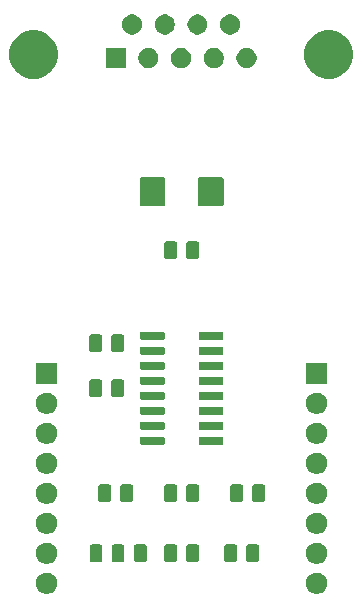
<source format=gbr>
G04 #@! TF.GenerationSoftware,KiCad,Pcbnew,(5.1.5)-3*
G04 #@! TF.CreationDate,2020-04-27T13:04:48+02:00*
G04 #@! TF.ProjectId,RS232_click,52533233-325f-4636-9c69-636b2e6b6963,rev?*
G04 #@! TF.SameCoordinates,Original*
G04 #@! TF.FileFunction,Soldermask,Top*
G04 #@! TF.FilePolarity,Negative*
%FSLAX46Y46*%
G04 Gerber Fmt 4.6, Leading zero omitted, Abs format (unit mm)*
G04 Created by KiCad (PCBNEW (5.1.5)-3) date 2020-04-27 13:04:48*
%MOMM*%
%LPD*%
G04 APERTURE LIST*
%ADD10C,0.100000*%
G04 APERTURE END LIST*
D10*
G36*
X75043512Y-147693927D02*
G01*
X75192812Y-147723624D01*
X75356784Y-147791544D01*
X75504354Y-147890147D01*
X75629853Y-148015646D01*
X75728456Y-148163216D01*
X75796376Y-148327188D01*
X75831000Y-148501259D01*
X75831000Y-148678741D01*
X75796376Y-148852812D01*
X75728456Y-149016784D01*
X75629853Y-149164354D01*
X75504354Y-149289853D01*
X75356784Y-149388456D01*
X75192812Y-149456376D01*
X75043512Y-149486073D01*
X75018742Y-149491000D01*
X74841258Y-149491000D01*
X74816488Y-149486073D01*
X74667188Y-149456376D01*
X74503216Y-149388456D01*
X74355646Y-149289853D01*
X74230147Y-149164354D01*
X74131544Y-149016784D01*
X74063624Y-148852812D01*
X74029000Y-148678741D01*
X74029000Y-148501259D01*
X74063624Y-148327188D01*
X74131544Y-148163216D01*
X74230147Y-148015646D01*
X74355646Y-147890147D01*
X74503216Y-147791544D01*
X74667188Y-147723624D01*
X74816488Y-147693927D01*
X74841258Y-147689000D01*
X75018742Y-147689000D01*
X75043512Y-147693927D01*
G37*
G36*
X52183512Y-147693927D02*
G01*
X52332812Y-147723624D01*
X52496784Y-147791544D01*
X52644354Y-147890147D01*
X52769853Y-148015646D01*
X52868456Y-148163216D01*
X52936376Y-148327188D01*
X52971000Y-148501259D01*
X52971000Y-148678741D01*
X52936376Y-148852812D01*
X52868456Y-149016784D01*
X52769853Y-149164354D01*
X52644354Y-149289853D01*
X52496784Y-149388456D01*
X52332812Y-149456376D01*
X52183512Y-149486073D01*
X52158742Y-149491000D01*
X51981258Y-149491000D01*
X51956488Y-149486073D01*
X51807188Y-149456376D01*
X51643216Y-149388456D01*
X51495646Y-149289853D01*
X51370147Y-149164354D01*
X51271544Y-149016784D01*
X51203624Y-148852812D01*
X51169000Y-148678741D01*
X51169000Y-148501259D01*
X51203624Y-148327188D01*
X51271544Y-148163216D01*
X51370147Y-148015646D01*
X51495646Y-147890147D01*
X51643216Y-147791544D01*
X51807188Y-147723624D01*
X51956488Y-147693927D01*
X51981258Y-147689000D01*
X52158742Y-147689000D01*
X52183512Y-147693927D01*
G37*
G36*
X52183512Y-145153927D02*
G01*
X52332812Y-145183624D01*
X52496784Y-145251544D01*
X52644354Y-145350147D01*
X52769853Y-145475646D01*
X52868456Y-145623216D01*
X52936376Y-145787188D01*
X52971000Y-145961259D01*
X52971000Y-146138741D01*
X52936376Y-146312812D01*
X52868456Y-146476784D01*
X52769853Y-146624354D01*
X52644354Y-146749853D01*
X52496784Y-146848456D01*
X52332812Y-146916376D01*
X52183512Y-146946073D01*
X52158742Y-146951000D01*
X51981258Y-146951000D01*
X51956488Y-146946073D01*
X51807188Y-146916376D01*
X51643216Y-146848456D01*
X51495646Y-146749853D01*
X51370147Y-146624354D01*
X51271544Y-146476784D01*
X51203624Y-146312812D01*
X51169000Y-146138741D01*
X51169000Y-145961259D01*
X51203624Y-145787188D01*
X51271544Y-145623216D01*
X51370147Y-145475646D01*
X51495646Y-145350147D01*
X51643216Y-145251544D01*
X51807188Y-145183624D01*
X51956488Y-145153927D01*
X51981258Y-145149000D01*
X52158742Y-145149000D01*
X52183512Y-145153927D01*
G37*
G36*
X75043512Y-145153927D02*
G01*
X75192812Y-145183624D01*
X75356784Y-145251544D01*
X75504354Y-145350147D01*
X75629853Y-145475646D01*
X75728456Y-145623216D01*
X75796376Y-145787188D01*
X75831000Y-145961259D01*
X75831000Y-146138741D01*
X75796376Y-146312812D01*
X75728456Y-146476784D01*
X75629853Y-146624354D01*
X75504354Y-146749853D01*
X75356784Y-146848456D01*
X75192812Y-146916376D01*
X75043512Y-146946073D01*
X75018742Y-146951000D01*
X74841258Y-146951000D01*
X74816488Y-146946073D01*
X74667188Y-146916376D01*
X74503216Y-146848456D01*
X74355646Y-146749853D01*
X74230147Y-146624354D01*
X74131544Y-146476784D01*
X74063624Y-146312812D01*
X74029000Y-146138741D01*
X74029000Y-145961259D01*
X74063624Y-145787188D01*
X74131544Y-145623216D01*
X74230147Y-145475646D01*
X74355646Y-145350147D01*
X74503216Y-145251544D01*
X74667188Y-145183624D01*
X74816488Y-145153927D01*
X74841258Y-145149000D01*
X75018742Y-145149000D01*
X75043512Y-145153927D01*
G37*
G36*
X69889468Y-145303565D02*
G01*
X69928138Y-145315296D01*
X69963777Y-145334346D01*
X69995017Y-145359983D01*
X70020654Y-145391223D01*
X70039704Y-145426862D01*
X70051435Y-145465532D01*
X70056000Y-145511888D01*
X70056000Y-146588112D01*
X70051435Y-146634468D01*
X70039704Y-146673138D01*
X70020654Y-146708777D01*
X69995017Y-146740017D01*
X69963777Y-146765654D01*
X69928138Y-146784704D01*
X69889468Y-146796435D01*
X69843112Y-146801000D01*
X69191888Y-146801000D01*
X69145532Y-146796435D01*
X69106862Y-146784704D01*
X69071223Y-146765654D01*
X69039983Y-146740017D01*
X69014346Y-146708777D01*
X68995296Y-146673138D01*
X68983565Y-146634468D01*
X68979000Y-146588112D01*
X68979000Y-145511888D01*
X68983565Y-145465532D01*
X68995296Y-145426862D01*
X69014346Y-145391223D01*
X69039983Y-145359983D01*
X69071223Y-145334346D01*
X69106862Y-145315296D01*
X69145532Y-145303565D01*
X69191888Y-145299000D01*
X69843112Y-145299000D01*
X69889468Y-145303565D01*
G37*
G36*
X64809468Y-145303565D02*
G01*
X64848138Y-145315296D01*
X64883777Y-145334346D01*
X64915017Y-145359983D01*
X64940654Y-145391223D01*
X64959704Y-145426862D01*
X64971435Y-145465532D01*
X64976000Y-145511888D01*
X64976000Y-146588112D01*
X64971435Y-146634468D01*
X64959704Y-146673138D01*
X64940654Y-146708777D01*
X64915017Y-146740017D01*
X64883777Y-146765654D01*
X64848138Y-146784704D01*
X64809468Y-146796435D01*
X64763112Y-146801000D01*
X64111888Y-146801000D01*
X64065532Y-146796435D01*
X64026862Y-146784704D01*
X63991223Y-146765654D01*
X63959983Y-146740017D01*
X63934346Y-146708777D01*
X63915296Y-146673138D01*
X63903565Y-146634468D01*
X63899000Y-146588112D01*
X63899000Y-145511888D01*
X63903565Y-145465532D01*
X63915296Y-145426862D01*
X63934346Y-145391223D01*
X63959983Y-145359983D01*
X63991223Y-145334346D01*
X64026862Y-145315296D01*
X64065532Y-145303565D01*
X64111888Y-145299000D01*
X64763112Y-145299000D01*
X64809468Y-145303565D01*
G37*
G36*
X62934468Y-145303565D02*
G01*
X62973138Y-145315296D01*
X63008777Y-145334346D01*
X63040017Y-145359983D01*
X63065654Y-145391223D01*
X63084704Y-145426862D01*
X63096435Y-145465532D01*
X63101000Y-145511888D01*
X63101000Y-146588112D01*
X63096435Y-146634468D01*
X63084704Y-146673138D01*
X63065654Y-146708777D01*
X63040017Y-146740017D01*
X63008777Y-146765654D01*
X62973138Y-146784704D01*
X62934468Y-146796435D01*
X62888112Y-146801000D01*
X62236888Y-146801000D01*
X62190532Y-146796435D01*
X62151862Y-146784704D01*
X62116223Y-146765654D01*
X62084983Y-146740017D01*
X62059346Y-146708777D01*
X62040296Y-146673138D01*
X62028565Y-146634468D01*
X62024000Y-146588112D01*
X62024000Y-145511888D01*
X62028565Y-145465532D01*
X62040296Y-145426862D01*
X62059346Y-145391223D01*
X62084983Y-145359983D01*
X62116223Y-145334346D01*
X62151862Y-145315296D01*
X62190532Y-145303565D01*
X62236888Y-145299000D01*
X62888112Y-145299000D01*
X62934468Y-145303565D01*
G37*
G36*
X68014468Y-145303565D02*
G01*
X68053138Y-145315296D01*
X68088777Y-145334346D01*
X68120017Y-145359983D01*
X68145654Y-145391223D01*
X68164704Y-145426862D01*
X68176435Y-145465532D01*
X68181000Y-145511888D01*
X68181000Y-146588112D01*
X68176435Y-146634468D01*
X68164704Y-146673138D01*
X68145654Y-146708777D01*
X68120017Y-146740017D01*
X68088777Y-146765654D01*
X68053138Y-146784704D01*
X68014468Y-146796435D01*
X67968112Y-146801000D01*
X67316888Y-146801000D01*
X67270532Y-146796435D01*
X67231862Y-146784704D01*
X67196223Y-146765654D01*
X67164983Y-146740017D01*
X67139346Y-146708777D01*
X67120296Y-146673138D01*
X67108565Y-146634468D01*
X67104000Y-146588112D01*
X67104000Y-145511888D01*
X67108565Y-145465532D01*
X67120296Y-145426862D01*
X67139346Y-145391223D01*
X67164983Y-145359983D01*
X67196223Y-145334346D01*
X67231862Y-145315296D01*
X67270532Y-145303565D01*
X67316888Y-145299000D01*
X67968112Y-145299000D01*
X68014468Y-145303565D01*
G37*
G36*
X58489468Y-145303565D02*
G01*
X58528138Y-145315296D01*
X58563777Y-145334346D01*
X58595017Y-145359983D01*
X58620654Y-145391223D01*
X58639704Y-145426862D01*
X58651435Y-145465532D01*
X58656000Y-145511888D01*
X58656000Y-146588112D01*
X58651435Y-146634468D01*
X58639704Y-146673138D01*
X58620654Y-146708777D01*
X58595017Y-146740017D01*
X58563777Y-146765654D01*
X58528138Y-146784704D01*
X58489468Y-146796435D01*
X58443112Y-146801000D01*
X57791888Y-146801000D01*
X57745532Y-146796435D01*
X57706862Y-146784704D01*
X57671223Y-146765654D01*
X57639983Y-146740017D01*
X57614346Y-146708777D01*
X57595296Y-146673138D01*
X57583565Y-146634468D01*
X57579000Y-146588112D01*
X57579000Y-145511888D01*
X57583565Y-145465532D01*
X57595296Y-145426862D01*
X57614346Y-145391223D01*
X57639983Y-145359983D01*
X57671223Y-145334346D01*
X57706862Y-145315296D01*
X57745532Y-145303565D01*
X57791888Y-145299000D01*
X58443112Y-145299000D01*
X58489468Y-145303565D01*
G37*
G36*
X60364468Y-145303565D02*
G01*
X60403138Y-145315296D01*
X60438777Y-145334346D01*
X60470017Y-145359983D01*
X60495654Y-145391223D01*
X60514704Y-145426862D01*
X60526435Y-145465532D01*
X60531000Y-145511888D01*
X60531000Y-146588112D01*
X60526435Y-146634468D01*
X60514704Y-146673138D01*
X60495654Y-146708777D01*
X60470017Y-146740017D01*
X60438777Y-146765654D01*
X60403138Y-146784704D01*
X60364468Y-146796435D01*
X60318112Y-146801000D01*
X59666888Y-146801000D01*
X59620532Y-146796435D01*
X59581862Y-146784704D01*
X59546223Y-146765654D01*
X59514983Y-146740017D01*
X59489346Y-146708777D01*
X59470296Y-146673138D01*
X59458565Y-146634468D01*
X59454000Y-146588112D01*
X59454000Y-145511888D01*
X59458565Y-145465532D01*
X59470296Y-145426862D01*
X59489346Y-145391223D01*
X59514983Y-145359983D01*
X59546223Y-145334346D01*
X59581862Y-145315296D01*
X59620532Y-145303565D01*
X59666888Y-145299000D01*
X60318112Y-145299000D01*
X60364468Y-145303565D01*
G37*
G36*
X56622568Y-145303565D02*
G01*
X56661238Y-145315296D01*
X56696877Y-145334346D01*
X56728117Y-145359983D01*
X56753754Y-145391223D01*
X56772804Y-145426862D01*
X56784535Y-145465532D01*
X56789100Y-145511888D01*
X56789100Y-146588112D01*
X56784535Y-146634468D01*
X56772804Y-146673138D01*
X56753754Y-146708777D01*
X56728117Y-146740017D01*
X56696877Y-146765654D01*
X56661238Y-146784704D01*
X56622568Y-146796435D01*
X56576212Y-146801000D01*
X55924988Y-146801000D01*
X55878632Y-146796435D01*
X55839962Y-146784704D01*
X55804323Y-146765654D01*
X55773083Y-146740017D01*
X55747446Y-146708777D01*
X55728396Y-146673138D01*
X55716665Y-146634468D01*
X55712100Y-146588112D01*
X55712100Y-145511888D01*
X55716665Y-145465532D01*
X55728396Y-145426862D01*
X55747446Y-145391223D01*
X55773083Y-145359983D01*
X55804323Y-145334346D01*
X55839962Y-145315296D01*
X55878632Y-145303565D01*
X55924988Y-145299000D01*
X56576212Y-145299000D01*
X56622568Y-145303565D01*
G37*
G36*
X52183512Y-142613927D02*
G01*
X52332812Y-142643624D01*
X52496784Y-142711544D01*
X52644354Y-142810147D01*
X52769853Y-142935646D01*
X52868456Y-143083216D01*
X52936376Y-143247188D01*
X52971000Y-143421259D01*
X52971000Y-143598741D01*
X52936376Y-143772812D01*
X52868456Y-143936784D01*
X52769853Y-144084354D01*
X52644354Y-144209853D01*
X52496784Y-144308456D01*
X52332812Y-144376376D01*
X52183512Y-144406073D01*
X52158742Y-144411000D01*
X51981258Y-144411000D01*
X51956488Y-144406073D01*
X51807188Y-144376376D01*
X51643216Y-144308456D01*
X51495646Y-144209853D01*
X51370147Y-144084354D01*
X51271544Y-143936784D01*
X51203624Y-143772812D01*
X51169000Y-143598741D01*
X51169000Y-143421259D01*
X51203624Y-143247188D01*
X51271544Y-143083216D01*
X51370147Y-142935646D01*
X51495646Y-142810147D01*
X51643216Y-142711544D01*
X51807188Y-142643624D01*
X51956488Y-142613927D01*
X51981258Y-142609000D01*
X52158742Y-142609000D01*
X52183512Y-142613927D01*
G37*
G36*
X75043512Y-142613927D02*
G01*
X75192812Y-142643624D01*
X75356784Y-142711544D01*
X75504354Y-142810147D01*
X75629853Y-142935646D01*
X75728456Y-143083216D01*
X75796376Y-143247188D01*
X75831000Y-143421259D01*
X75831000Y-143598741D01*
X75796376Y-143772812D01*
X75728456Y-143936784D01*
X75629853Y-144084354D01*
X75504354Y-144209853D01*
X75356784Y-144308456D01*
X75192812Y-144376376D01*
X75043512Y-144406073D01*
X75018742Y-144411000D01*
X74841258Y-144411000D01*
X74816488Y-144406073D01*
X74667188Y-144376376D01*
X74503216Y-144308456D01*
X74355646Y-144209853D01*
X74230147Y-144084354D01*
X74131544Y-143936784D01*
X74063624Y-143772812D01*
X74029000Y-143598741D01*
X74029000Y-143421259D01*
X74063624Y-143247188D01*
X74131544Y-143083216D01*
X74230147Y-142935646D01*
X74355646Y-142810147D01*
X74503216Y-142711544D01*
X74667188Y-142643624D01*
X74816488Y-142613927D01*
X74841258Y-142609000D01*
X75018742Y-142609000D01*
X75043512Y-142613927D01*
G37*
G36*
X75043512Y-140073927D02*
G01*
X75192812Y-140103624D01*
X75356784Y-140171544D01*
X75504354Y-140270147D01*
X75629853Y-140395646D01*
X75728456Y-140543216D01*
X75796376Y-140707188D01*
X75831000Y-140881259D01*
X75831000Y-141058741D01*
X75796376Y-141232812D01*
X75728456Y-141396784D01*
X75629853Y-141544354D01*
X75504354Y-141669853D01*
X75356784Y-141768456D01*
X75192812Y-141836376D01*
X75043512Y-141866073D01*
X75018742Y-141871000D01*
X74841258Y-141871000D01*
X74816488Y-141866073D01*
X74667188Y-141836376D01*
X74503216Y-141768456D01*
X74355646Y-141669853D01*
X74230147Y-141544354D01*
X74131544Y-141396784D01*
X74063624Y-141232812D01*
X74029000Y-141058741D01*
X74029000Y-140881259D01*
X74063624Y-140707188D01*
X74131544Y-140543216D01*
X74230147Y-140395646D01*
X74355646Y-140270147D01*
X74503216Y-140171544D01*
X74667188Y-140103624D01*
X74816488Y-140073927D01*
X74841258Y-140069000D01*
X75018742Y-140069000D01*
X75043512Y-140073927D01*
G37*
G36*
X52183512Y-140073927D02*
G01*
X52332812Y-140103624D01*
X52496784Y-140171544D01*
X52644354Y-140270147D01*
X52769853Y-140395646D01*
X52868456Y-140543216D01*
X52936376Y-140707188D01*
X52971000Y-140881259D01*
X52971000Y-141058741D01*
X52936376Y-141232812D01*
X52868456Y-141396784D01*
X52769853Y-141544354D01*
X52644354Y-141669853D01*
X52496784Y-141768456D01*
X52332812Y-141836376D01*
X52183512Y-141866073D01*
X52158742Y-141871000D01*
X51981258Y-141871000D01*
X51956488Y-141866073D01*
X51807188Y-141836376D01*
X51643216Y-141768456D01*
X51495646Y-141669853D01*
X51370147Y-141544354D01*
X51271544Y-141396784D01*
X51203624Y-141232812D01*
X51169000Y-141058741D01*
X51169000Y-140881259D01*
X51203624Y-140707188D01*
X51271544Y-140543216D01*
X51370147Y-140395646D01*
X51495646Y-140270147D01*
X51643216Y-140171544D01*
X51807188Y-140103624D01*
X51956488Y-140073927D01*
X51981258Y-140069000D01*
X52158742Y-140069000D01*
X52183512Y-140073927D01*
G37*
G36*
X70397468Y-140223565D02*
G01*
X70436138Y-140235296D01*
X70471777Y-140254346D01*
X70503017Y-140279983D01*
X70528654Y-140311223D01*
X70547704Y-140346862D01*
X70559435Y-140385532D01*
X70564000Y-140431888D01*
X70564000Y-141508112D01*
X70559435Y-141554468D01*
X70547704Y-141593138D01*
X70528654Y-141628777D01*
X70503017Y-141660017D01*
X70471777Y-141685654D01*
X70436138Y-141704704D01*
X70397468Y-141716435D01*
X70351112Y-141721000D01*
X69699888Y-141721000D01*
X69653532Y-141716435D01*
X69614862Y-141704704D01*
X69579223Y-141685654D01*
X69547983Y-141660017D01*
X69522346Y-141628777D01*
X69503296Y-141593138D01*
X69491565Y-141554468D01*
X69487000Y-141508112D01*
X69487000Y-140431888D01*
X69491565Y-140385532D01*
X69503296Y-140346862D01*
X69522346Y-140311223D01*
X69547983Y-140279983D01*
X69579223Y-140254346D01*
X69614862Y-140235296D01*
X69653532Y-140223565D01*
X69699888Y-140219000D01*
X70351112Y-140219000D01*
X70397468Y-140223565D01*
G37*
G36*
X64809468Y-140223565D02*
G01*
X64848138Y-140235296D01*
X64883777Y-140254346D01*
X64915017Y-140279983D01*
X64940654Y-140311223D01*
X64959704Y-140346862D01*
X64971435Y-140385532D01*
X64976000Y-140431888D01*
X64976000Y-141508112D01*
X64971435Y-141554468D01*
X64959704Y-141593138D01*
X64940654Y-141628777D01*
X64915017Y-141660017D01*
X64883777Y-141685654D01*
X64848138Y-141704704D01*
X64809468Y-141716435D01*
X64763112Y-141721000D01*
X64111888Y-141721000D01*
X64065532Y-141716435D01*
X64026862Y-141704704D01*
X63991223Y-141685654D01*
X63959983Y-141660017D01*
X63934346Y-141628777D01*
X63915296Y-141593138D01*
X63903565Y-141554468D01*
X63899000Y-141508112D01*
X63899000Y-140431888D01*
X63903565Y-140385532D01*
X63915296Y-140346862D01*
X63934346Y-140311223D01*
X63959983Y-140279983D01*
X63991223Y-140254346D01*
X64026862Y-140235296D01*
X64065532Y-140223565D01*
X64111888Y-140219000D01*
X64763112Y-140219000D01*
X64809468Y-140223565D01*
G37*
G36*
X62934468Y-140223565D02*
G01*
X62973138Y-140235296D01*
X63008777Y-140254346D01*
X63040017Y-140279983D01*
X63065654Y-140311223D01*
X63084704Y-140346862D01*
X63096435Y-140385532D01*
X63101000Y-140431888D01*
X63101000Y-141508112D01*
X63096435Y-141554468D01*
X63084704Y-141593138D01*
X63065654Y-141628777D01*
X63040017Y-141660017D01*
X63008777Y-141685654D01*
X62973138Y-141704704D01*
X62934468Y-141716435D01*
X62888112Y-141721000D01*
X62236888Y-141721000D01*
X62190532Y-141716435D01*
X62151862Y-141704704D01*
X62116223Y-141685654D01*
X62084983Y-141660017D01*
X62059346Y-141628777D01*
X62040296Y-141593138D01*
X62028565Y-141554468D01*
X62024000Y-141508112D01*
X62024000Y-140431888D01*
X62028565Y-140385532D01*
X62040296Y-140346862D01*
X62059346Y-140311223D01*
X62084983Y-140279983D01*
X62116223Y-140254346D01*
X62151862Y-140235296D01*
X62190532Y-140223565D01*
X62236888Y-140219000D01*
X62888112Y-140219000D01*
X62934468Y-140223565D01*
G37*
G36*
X68522468Y-140223565D02*
G01*
X68561138Y-140235296D01*
X68596777Y-140254346D01*
X68628017Y-140279983D01*
X68653654Y-140311223D01*
X68672704Y-140346862D01*
X68684435Y-140385532D01*
X68689000Y-140431888D01*
X68689000Y-141508112D01*
X68684435Y-141554468D01*
X68672704Y-141593138D01*
X68653654Y-141628777D01*
X68628017Y-141660017D01*
X68596777Y-141685654D01*
X68561138Y-141704704D01*
X68522468Y-141716435D01*
X68476112Y-141721000D01*
X67824888Y-141721000D01*
X67778532Y-141716435D01*
X67739862Y-141704704D01*
X67704223Y-141685654D01*
X67672983Y-141660017D01*
X67647346Y-141628777D01*
X67628296Y-141593138D01*
X67616565Y-141554468D01*
X67612000Y-141508112D01*
X67612000Y-140431888D01*
X67616565Y-140385532D01*
X67628296Y-140346862D01*
X67647346Y-140311223D01*
X67672983Y-140279983D01*
X67704223Y-140254346D01*
X67739862Y-140235296D01*
X67778532Y-140223565D01*
X67824888Y-140219000D01*
X68476112Y-140219000D01*
X68522468Y-140223565D01*
G37*
G36*
X59221468Y-140223565D02*
G01*
X59260138Y-140235296D01*
X59295777Y-140254346D01*
X59327017Y-140279983D01*
X59352654Y-140311223D01*
X59371704Y-140346862D01*
X59383435Y-140385532D01*
X59388000Y-140431888D01*
X59388000Y-141508112D01*
X59383435Y-141554468D01*
X59371704Y-141593138D01*
X59352654Y-141628777D01*
X59327017Y-141660017D01*
X59295777Y-141685654D01*
X59260138Y-141704704D01*
X59221468Y-141716435D01*
X59175112Y-141721000D01*
X58523888Y-141721000D01*
X58477532Y-141716435D01*
X58438862Y-141704704D01*
X58403223Y-141685654D01*
X58371983Y-141660017D01*
X58346346Y-141628777D01*
X58327296Y-141593138D01*
X58315565Y-141554468D01*
X58311000Y-141508112D01*
X58311000Y-140431888D01*
X58315565Y-140385532D01*
X58327296Y-140346862D01*
X58346346Y-140311223D01*
X58371983Y-140279983D01*
X58403223Y-140254346D01*
X58438862Y-140235296D01*
X58477532Y-140223565D01*
X58523888Y-140219000D01*
X59175112Y-140219000D01*
X59221468Y-140223565D01*
G37*
G36*
X57346468Y-140223565D02*
G01*
X57385138Y-140235296D01*
X57420777Y-140254346D01*
X57452017Y-140279983D01*
X57477654Y-140311223D01*
X57496704Y-140346862D01*
X57508435Y-140385532D01*
X57513000Y-140431888D01*
X57513000Y-141508112D01*
X57508435Y-141554468D01*
X57496704Y-141593138D01*
X57477654Y-141628777D01*
X57452017Y-141660017D01*
X57420777Y-141685654D01*
X57385138Y-141704704D01*
X57346468Y-141716435D01*
X57300112Y-141721000D01*
X56648888Y-141721000D01*
X56602532Y-141716435D01*
X56563862Y-141704704D01*
X56528223Y-141685654D01*
X56496983Y-141660017D01*
X56471346Y-141628777D01*
X56452296Y-141593138D01*
X56440565Y-141554468D01*
X56436000Y-141508112D01*
X56436000Y-140431888D01*
X56440565Y-140385532D01*
X56452296Y-140346862D01*
X56471346Y-140311223D01*
X56496983Y-140279983D01*
X56528223Y-140254346D01*
X56563862Y-140235296D01*
X56602532Y-140223565D01*
X56648888Y-140219000D01*
X57300112Y-140219000D01*
X57346468Y-140223565D01*
G37*
G36*
X52183512Y-137533927D02*
G01*
X52332812Y-137563624D01*
X52496784Y-137631544D01*
X52644354Y-137730147D01*
X52769853Y-137855646D01*
X52868456Y-138003216D01*
X52936376Y-138167188D01*
X52971000Y-138341259D01*
X52971000Y-138518741D01*
X52936376Y-138692812D01*
X52868456Y-138856784D01*
X52769853Y-139004354D01*
X52644354Y-139129853D01*
X52496784Y-139228456D01*
X52332812Y-139296376D01*
X52183512Y-139326073D01*
X52158742Y-139331000D01*
X51981258Y-139331000D01*
X51956488Y-139326073D01*
X51807188Y-139296376D01*
X51643216Y-139228456D01*
X51495646Y-139129853D01*
X51370147Y-139004354D01*
X51271544Y-138856784D01*
X51203624Y-138692812D01*
X51169000Y-138518741D01*
X51169000Y-138341259D01*
X51203624Y-138167188D01*
X51271544Y-138003216D01*
X51370147Y-137855646D01*
X51495646Y-137730147D01*
X51643216Y-137631544D01*
X51807188Y-137563624D01*
X51956488Y-137533927D01*
X51981258Y-137529000D01*
X52158742Y-137529000D01*
X52183512Y-137533927D01*
G37*
G36*
X75043512Y-137533927D02*
G01*
X75192812Y-137563624D01*
X75356784Y-137631544D01*
X75504354Y-137730147D01*
X75629853Y-137855646D01*
X75728456Y-138003216D01*
X75796376Y-138167188D01*
X75831000Y-138341259D01*
X75831000Y-138518741D01*
X75796376Y-138692812D01*
X75728456Y-138856784D01*
X75629853Y-139004354D01*
X75504354Y-139129853D01*
X75356784Y-139228456D01*
X75192812Y-139296376D01*
X75043512Y-139326073D01*
X75018742Y-139331000D01*
X74841258Y-139331000D01*
X74816488Y-139326073D01*
X74667188Y-139296376D01*
X74503216Y-139228456D01*
X74355646Y-139129853D01*
X74230147Y-139004354D01*
X74131544Y-138856784D01*
X74063624Y-138692812D01*
X74029000Y-138518741D01*
X74029000Y-138341259D01*
X74063624Y-138167188D01*
X74131544Y-138003216D01*
X74230147Y-137855646D01*
X74355646Y-137730147D01*
X74503216Y-137631544D01*
X74667188Y-137563624D01*
X74816488Y-137533927D01*
X74841258Y-137529000D01*
X75018742Y-137529000D01*
X75043512Y-137533927D01*
G37*
G36*
X61959928Y-136176764D02*
G01*
X61981009Y-136183160D01*
X62000445Y-136193548D01*
X62017476Y-136207524D01*
X62031452Y-136224555D01*
X62041840Y-136243991D01*
X62048236Y-136265072D01*
X62051000Y-136293140D01*
X62051000Y-136756860D01*
X62048236Y-136784928D01*
X62041840Y-136806009D01*
X62031452Y-136825445D01*
X62017476Y-136842476D01*
X62000445Y-136856452D01*
X61981009Y-136866840D01*
X61959928Y-136873236D01*
X61931860Y-136876000D01*
X60118140Y-136876000D01*
X60090072Y-136873236D01*
X60068991Y-136866840D01*
X60049555Y-136856452D01*
X60032524Y-136842476D01*
X60018548Y-136825445D01*
X60008160Y-136806009D01*
X60001764Y-136784928D01*
X59999000Y-136756860D01*
X59999000Y-136293140D01*
X60001764Y-136265072D01*
X60008160Y-136243991D01*
X60018548Y-136224555D01*
X60032524Y-136207524D01*
X60049555Y-136193548D01*
X60068991Y-136183160D01*
X60090072Y-136176764D01*
X60118140Y-136174000D01*
X61931860Y-136174000D01*
X61959928Y-136176764D01*
G37*
G36*
X66909928Y-136176764D02*
G01*
X66931009Y-136183160D01*
X66950445Y-136193548D01*
X66967476Y-136207524D01*
X66981452Y-136224555D01*
X66991840Y-136243991D01*
X66998236Y-136265072D01*
X67001000Y-136293140D01*
X67001000Y-136756860D01*
X66998236Y-136784928D01*
X66991840Y-136806009D01*
X66981452Y-136825445D01*
X66967476Y-136842476D01*
X66950445Y-136856452D01*
X66931009Y-136866840D01*
X66909928Y-136873236D01*
X66881860Y-136876000D01*
X65068140Y-136876000D01*
X65040072Y-136873236D01*
X65018991Y-136866840D01*
X64999555Y-136856452D01*
X64982524Y-136842476D01*
X64968548Y-136825445D01*
X64958160Y-136806009D01*
X64951764Y-136784928D01*
X64949000Y-136756860D01*
X64949000Y-136293140D01*
X64951764Y-136265072D01*
X64958160Y-136243991D01*
X64968548Y-136224555D01*
X64982524Y-136207524D01*
X64999555Y-136193548D01*
X65018991Y-136183160D01*
X65040072Y-136176764D01*
X65068140Y-136174000D01*
X66881860Y-136174000D01*
X66909928Y-136176764D01*
G37*
G36*
X75043512Y-134993927D02*
G01*
X75192812Y-135023624D01*
X75356784Y-135091544D01*
X75504354Y-135190147D01*
X75629853Y-135315646D01*
X75728456Y-135463216D01*
X75796376Y-135627188D01*
X75831000Y-135801259D01*
X75831000Y-135978741D01*
X75796376Y-136152812D01*
X75728456Y-136316784D01*
X75629853Y-136464354D01*
X75504354Y-136589853D01*
X75356784Y-136688456D01*
X75192812Y-136756376D01*
X75049268Y-136784928D01*
X75018742Y-136791000D01*
X74841258Y-136791000D01*
X74810732Y-136784928D01*
X74667188Y-136756376D01*
X74503216Y-136688456D01*
X74355646Y-136589853D01*
X74230147Y-136464354D01*
X74131544Y-136316784D01*
X74063624Y-136152812D01*
X74029000Y-135978741D01*
X74029000Y-135801259D01*
X74063624Y-135627188D01*
X74131544Y-135463216D01*
X74230147Y-135315646D01*
X74355646Y-135190147D01*
X74503216Y-135091544D01*
X74667188Y-135023624D01*
X74816488Y-134993927D01*
X74841258Y-134989000D01*
X75018742Y-134989000D01*
X75043512Y-134993927D01*
G37*
G36*
X52183512Y-134993927D02*
G01*
X52332812Y-135023624D01*
X52496784Y-135091544D01*
X52644354Y-135190147D01*
X52769853Y-135315646D01*
X52868456Y-135463216D01*
X52936376Y-135627188D01*
X52971000Y-135801259D01*
X52971000Y-135978741D01*
X52936376Y-136152812D01*
X52868456Y-136316784D01*
X52769853Y-136464354D01*
X52644354Y-136589853D01*
X52496784Y-136688456D01*
X52332812Y-136756376D01*
X52189268Y-136784928D01*
X52158742Y-136791000D01*
X51981258Y-136791000D01*
X51950732Y-136784928D01*
X51807188Y-136756376D01*
X51643216Y-136688456D01*
X51495646Y-136589853D01*
X51370147Y-136464354D01*
X51271544Y-136316784D01*
X51203624Y-136152812D01*
X51169000Y-135978741D01*
X51169000Y-135801259D01*
X51203624Y-135627188D01*
X51271544Y-135463216D01*
X51370147Y-135315646D01*
X51495646Y-135190147D01*
X51643216Y-135091544D01*
X51807188Y-135023624D01*
X51956488Y-134993927D01*
X51981258Y-134989000D01*
X52158742Y-134989000D01*
X52183512Y-134993927D01*
G37*
G36*
X66909928Y-134906764D02*
G01*
X66931009Y-134913160D01*
X66950445Y-134923548D01*
X66967476Y-134937524D01*
X66981452Y-134954555D01*
X66991840Y-134973991D01*
X66998236Y-134995072D01*
X67001000Y-135023140D01*
X67001000Y-135486860D01*
X66998236Y-135514928D01*
X66991840Y-135536009D01*
X66981452Y-135555445D01*
X66967476Y-135572476D01*
X66950445Y-135586452D01*
X66931009Y-135596840D01*
X66909928Y-135603236D01*
X66881860Y-135606000D01*
X65068140Y-135606000D01*
X65040072Y-135603236D01*
X65018991Y-135596840D01*
X64999555Y-135586452D01*
X64982524Y-135572476D01*
X64968548Y-135555445D01*
X64958160Y-135536009D01*
X64951764Y-135514928D01*
X64949000Y-135486860D01*
X64949000Y-135023140D01*
X64951764Y-134995072D01*
X64958160Y-134973991D01*
X64968548Y-134954555D01*
X64982524Y-134937524D01*
X64999555Y-134923548D01*
X65018991Y-134913160D01*
X65040072Y-134906764D01*
X65068140Y-134904000D01*
X66881860Y-134904000D01*
X66909928Y-134906764D01*
G37*
G36*
X61959928Y-134906764D02*
G01*
X61981009Y-134913160D01*
X62000445Y-134923548D01*
X62017476Y-134937524D01*
X62031452Y-134954555D01*
X62041840Y-134973991D01*
X62048236Y-134995072D01*
X62051000Y-135023140D01*
X62051000Y-135486860D01*
X62048236Y-135514928D01*
X62041840Y-135536009D01*
X62031452Y-135555445D01*
X62017476Y-135572476D01*
X62000445Y-135586452D01*
X61981009Y-135596840D01*
X61959928Y-135603236D01*
X61931860Y-135606000D01*
X60118140Y-135606000D01*
X60090072Y-135603236D01*
X60068991Y-135596840D01*
X60049555Y-135586452D01*
X60032524Y-135572476D01*
X60018548Y-135555445D01*
X60008160Y-135536009D01*
X60001764Y-135514928D01*
X59999000Y-135486860D01*
X59999000Y-135023140D01*
X60001764Y-134995072D01*
X60008160Y-134973991D01*
X60018548Y-134954555D01*
X60032524Y-134937524D01*
X60049555Y-134923548D01*
X60068991Y-134913160D01*
X60090072Y-134906764D01*
X60118140Y-134904000D01*
X61931860Y-134904000D01*
X61959928Y-134906764D01*
G37*
G36*
X66909928Y-133636764D02*
G01*
X66931009Y-133643160D01*
X66950445Y-133653548D01*
X66967476Y-133667524D01*
X66981452Y-133684555D01*
X66991840Y-133703991D01*
X66998236Y-133725072D01*
X67001000Y-133753140D01*
X67001000Y-134216860D01*
X66998236Y-134244928D01*
X66991840Y-134266009D01*
X66981452Y-134285445D01*
X66967476Y-134302476D01*
X66950445Y-134316452D01*
X66931009Y-134326840D01*
X66909928Y-134333236D01*
X66881860Y-134336000D01*
X65068140Y-134336000D01*
X65040072Y-134333236D01*
X65018991Y-134326840D01*
X64999555Y-134316452D01*
X64982524Y-134302476D01*
X64968548Y-134285445D01*
X64958160Y-134266009D01*
X64951764Y-134244928D01*
X64949000Y-134216860D01*
X64949000Y-133753140D01*
X64951764Y-133725072D01*
X64958160Y-133703991D01*
X64968548Y-133684555D01*
X64982524Y-133667524D01*
X64999555Y-133653548D01*
X65018991Y-133643160D01*
X65040072Y-133636764D01*
X65068140Y-133634000D01*
X66881860Y-133634000D01*
X66909928Y-133636764D01*
G37*
G36*
X61959928Y-133636764D02*
G01*
X61981009Y-133643160D01*
X62000445Y-133653548D01*
X62017476Y-133667524D01*
X62031452Y-133684555D01*
X62041840Y-133703991D01*
X62048236Y-133725072D01*
X62051000Y-133753140D01*
X62051000Y-134216860D01*
X62048236Y-134244928D01*
X62041840Y-134266009D01*
X62031452Y-134285445D01*
X62017476Y-134302476D01*
X62000445Y-134316452D01*
X61981009Y-134326840D01*
X61959928Y-134333236D01*
X61931860Y-134336000D01*
X60118140Y-134336000D01*
X60090072Y-134333236D01*
X60068991Y-134326840D01*
X60049555Y-134316452D01*
X60032524Y-134302476D01*
X60018548Y-134285445D01*
X60008160Y-134266009D01*
X60001764Y-134244928D01*
X59999000Y-134216860D01*
X59999000Y-133753140D01*
X60001764Y-133725072D01*
X60008160Y-133703991D01*
X60018548Y-133684555D01*
X60032524Y-133667524D01*
X60049555Y-133653548D01*
X60068991Y-133643160D01*
X60090072Y-133636764D01*
X60118140Y-133634000D01*
X61931860Y-133634000D01*
X61959928Y-133636764D01*
G37*
G36*
X52183512Y-132453927D02*
G01*
X52332812Y-132483624D01*
X52496784Y-132551544D01*
X52644354Y-132650147D01*
X52769853Y-132775646D01*
X52868456Y-132923216D01*
X52936376Y-133087188D01*
X52971000Y-133261259D01*
X52971000Y-133438741D01*
X52936376Y-133612812D01*
X52868456Y-133776784D01*
X52769853Y-133924354D01*
X52644354Y-134049853D01*
X52496784Y-134148456D01*
X52332812Y-134216376D01*
X52189268Y-134244928D01*
X52158742Y-134251000D01*
X51981258Y-134251000D01*
X51950732Y-134244928D01*
X51807188Y-134216376D01*
X51643216Y-134148456D01*
X51495646Y-134049853D01*
X51370147Y-133924354D01*
X51271544Y-133776784D01*
X51203624Y-133612812D01*
X51169000Y-133438741D01*
X51169000Y-133261259D01*
X51203624Y-133087188D01*
X51271544Y-132923216D01*
X51370147Y-132775646D01*
X51495646Y-132650147D01*
X51643216Y-132551544D01*
X51807188Y-132483624D01*
X51956488Y-132453927D01*
X51981258Y-132449000D01*
X52158742Y-132449000D01*
X52183512Y-132453927D01*
G37*
G36*
X75043512Y-132453927D02*
G01*
X75192812Y-132483624D01*
X75356784Y-132551544D01*
X75504354Y-132650147D01*
X75629853Y-132775646D01*
X75728456Y-132923216D01*
X75796376Y-133087188D01*
X75831000Y-133261259D01*
X75831000Y-133438741D01*
X75796376Y-133612812D01*
X75728456Y-133776784D01*
X75629853Y-133924354D01*
X75504354Y-134049853D01*
X75356784Y-134148456D01*
X75192812Y-134216376D01*
X75049268Y-134244928D01*
X75018742Y-134251000D01*
X74841258Y-134251000D01*
X74810732Y-134244928D01*
X74667188Y-134216376D01*
X74503216Y-134148456D01*
X74355646Y-134049853D01*
X74230147Y-133924354D01*
X74131544Y-133776784D01*
X74063624Y-133612812D01*
X74029000Y-133438741D01*
X74029000Y-133261259D01*
X74063624Y-133087188D01*
X74131544Y-132923216D01*
X74230147Y-132775646D01*
X74355646Y-132650147D01*
X74503216Y-132551544D01*
X74667188Y-132483624D01*
X74816488Y-132453927D01*
X74841258Y-132449000D01*
X75018742Y-132449000D01*
X75043512Y-132453927D01*
G37*
G36*
X66909928Y-132366764D02*
G01*
X66931009Y-132373160D01*
X66950445Y-132383548D01*
X66967476Y-132397524D01*
X66981452Y-132414555D01*
X66991840Y-132433991D01*
X66998236Y-132455072D01*
X67001000Y-132483140D01*
X67001000Y-132946860D01*
X66998236Y-132974928D01*
X66991840Y-132996009D01*
X66981452Y-133015445D01*
X66967476Y-133032476D01*
X66950445Y-133046452D01*
X66931009Y-133056840D01*
X66909928Y-133063236D01*
X66881860Y-133066000D01*
X65068140Y-133066000D01*
X65040072Y-133063236D01*
X65018991Y-133056840D01*
X64999555Y-133046452D01*
X64982524Y-133032476D01*
X64968548Y-133015445D01*
X64958160Y-132996009D01*
X64951764Y-132974928D01*
X64949000Y-132946860D01*
X64949000Y-132483140D01*
X64951764Y-132455072D01*
X64958160Y-132433991D01*
X64968548Y-132414555D01*
X64982524Y-132397524D01*
X64999555Y-132383548D01*
X65018991Y-132373160D01*
X65040072Y-132366764D01*
X65068140Y-132364000D01*
X66881860Y-132364000D01*
X66909928Y-132366764D01*
G37*
G36*
X61959928Y-132366764D02*
G01*
X61981009Y-132373160D01*
X62000445Y-132383548D01*
X62017476Y-132397524D01*
X62031452Y-132414555D01*
X62041840Y-132433991D01*
X62048236Y-132455072D01*
X62051000Y-132483140D01*
X62051000Y-132946860D01*
X62048236Y-132974928D01*
X62041840Y-132996009D01*
X62031452Y-133015445D01*
X62017476Y-133032476D01*
X62000445Y-133046452D01*
X61981009Y-133056840D01*
X61959928Y-133063236D01*
X61931860Y-133066000D01*
X60118140Y-133066000D01*
X60090072Y-133063236D01*
X60068991Y-133056840D01*
X60049555Y-133046452D01*
X60032524Y-133032476D01*
X60018548Y-133015445D01*
X60008160Y-132996009D01*
X60001764Y-132974928D01*
X59999000Y-132946860D01*
X59999000Y-132483140D01*
X60001764Y-132455072D01*
X60008160Y-132433991D01*
X60018548Y-132414555D01*
X60032524Y-132397524D01*
X60049555Y-132383548D01*
X60068991Y-132373160D01*
X60090072Y-132366764D01*
X60118140Y-132364000D01*
X61931860Y-132364000D01*
X61959928Y-132366764D01*
G37*
G36*
X58459468Y-131333565D02*
G01*
X58498138Y-131345296D01*
X58533777Y-131364346D01*
X58565017Y-131389983D01*
X58590654Y-131421223D01*
X58609704Y-131456862D01*
X58621435Y-131495532D01*
X58626000Y-131541888D01*
X58626000Y-132618112D01*
X58621435Y-132664468D01*
X58609704Y-132703138D01*
X58590654Y-132738777D01*
X58565017Y-132770017D01*
X58533777Y-132795654D01*
X58498138Y-132814704D01*
X58459468Y-132826435D01*
X58413112Y-132831000D01*
X57761888Y-132831000D01*
X57715532Y-132826435D01*
X57676862Y-132814704D01*
X57641223Y-132795654D01*
X57609983Y-132770017D01*
X57584346Y-132738777D01*
X57565296Y-132703138D01*
X57553565Y-132664468D01*
X57549000Y-132618112D01*
X57549000Y-131541888D01*
X57553565Y-131495532D01*
X57565296Y-131456862D01*
X57584346Y-131421223D01*
X57609983Y-131389983D01*
X57641223Y-131364346D01*
X57676862Y-131345296D01*
X57715532Y-131333565D01*
X57761888Y-131329000D01*
X58413112Y-131329000D01*
X58459468Y-131333565D01*
G37*
G36*
X56584468Y-131333565D02*
G01*
X56623138Y-131345296D01*
X56658777Y-131364346D01*
X56690017Y-131389983D01*
X56715654Y-131421223D01*
X56734704Y-131456862D01*
X56746435Y-131495532D01*
X56751000Y-131541888D01*
X56751000Y-132618112D01*
X56746435Y-132664468D01*
X56734704Y-132703138D01*
X56715654Y-132738777D01*
X56690017Y-132770017D01*
X56658777Y-132795654D01*
X56623138Y-132814704D01*
X56584468Y-132826435D01*
X56538112Y-132831000D01*
X55886888Y-132831000D01*
X55840532Y-132826435D01*
X55801862Y-132814704D01*
X55766223Y-132795654D01*
X55734983Y-132770017D01*
X55709346Y-132738777D01*
X55690296Y-132703138D01*
X55678565Y-132664468D01*
X55674000Y-132618112D01*
X55674000Y-131541888D01*
X55678565Y-131495532D01*
X55690296Y-131456862D01*
X55709346Y-131421223D01*
X55734983Y-131389983D01*
X55766223Y-131364346D01*
X55801862Y-131345296D01*
X55840532Y-131333565D01*
X55886888Y-131329000D01*
X56538112Y-131329000D01*
X56584468Y-131333565D01*
G37*
G36*
X66909928Y-131096764D02*
G01*
X66931009Y-131103160D01*
X66950445Y-131113548D01*
X66967476Y-131127524D01*
X66981452Y-131144555D01*
X66991840Y-131163991D01*
X66998236Y-131185072D01*
X67001000Y-131213140D01*
X67001000Y-131676860D01*
X66998236Y-131704928D01*
X66991840Y-131726009D01*
X66981452Y-131745445D01*
X66967476Y-131762476D01*
X66950445Y-131776452D01*
X66931009Y-131786840D01*
X66909928Y-131793236D01*
X66881860Y-131796000D01*
X65068140Y-131796000D01*
X65040072Y-131793236D01*
X65018991Y-131786840D01*
X64999555Y-131776452D01*
X64982524Y-131762476D01*
X64968548Y-131745445D01*
X64958160Y-131726009D01*
X64951764Y-131704928D01*
X64949000Y-131676860D01*
X64949000Y-131213140D01*
X64951764Y-131185072D01*
X64958160Y-131163991D01*
X64968548Y-131144555D01*
X64982524Y-131127524D01*
X64999555Y-131113548D01*
X65018991Y-131103160D01*
X65040072Y-131096764D01*
X65068140Y-131094000D01*
X66881860Y-131094000D01*
X66909928Y-131096764D01*
G37*
G36*
X61959928Y-131096764D02*
G01*
X61981009Y-131103160D01*
X62000445Y-131113548D01*
X62017476Y-131127524D01*
X62031452Y-131144555D01*
X62041840Y-131163991D01*
X62048236Y-131185072D01*
X62051000Y-131213140D01*
X62051000Y-131676860D01*
X62048236Y-131704928D01*
X62041840Y-131726009D01*
X62031452Y-131745445D01*
X62017476Y-131762476D01*
X62000445Y-131776452D01*
X61981009Y-131786840D01*
X61959928Y-131793236D01*
X61931860Y-131796000D01*
X60118140Y-131796000D01*
X60090072Y-131793236D01*
X60068991Y-131786840D01*
X60049555Y-131776452D01*
X60032524Y-131762476D01*
X60018548Y-131745445D01*
X60008160Y-131726009D01*
X60001764Y-131704928D01*
X59999000Y-131676860D01*
X59999000Y-131213140D01*
X60001764Y-131185072D01*
X60008160Y-131163991D01*
X60018548Y-131144555D01*
X60032524Y-131127524D01*
X60049555Y-131113548D01*
X60068991Y-131103160D01*
X60090072Y-131096764D01*
X60118140Y-131094000D01*
X61931860Y-131094000D01*
X61959928Y-131096764D01*
G37*
G36*
X75831000Y-131711000D02*
G01*
X74029000Y-131711000D01*
X74029000Y-129909000D01*
X75831000Y-129909000D01*
X75831000Y-131711000D01*
G37*
G36*
X52971000Y-131711000D02*
G01*
X51169000Y-131711000D01*
X51169000Y-129909000D01*
X52971000Y-129909000D01*
X52971000Y-131711000D01*
G37*
G36*
X66909928Y-129826764D02*
G01*
X66931009Y-129833160D01*
X66950445Y-129843548D01*
X66967476Y-129857524D01*
X66981452Y-129874555D01*
X66991840Y-129893991D01*
X66998236Y-129915072D01*
X67001000Y-129943140D01*
X67001000Y-130406860D01*
X66998236Y-130434928D01*
X66991840Y-130456009D01*
X66981452Y-130475445D01*
X66967476Y-130492476D01*
X66950445Y-130506452D01*
X66931009Y-130516840D01*
X66909928Y-130523236D01*
X66881860Y-130526000D01*
X65068140Y-130526000D01*
X65040072Y-130523236D01*
X65018991Y-130516840D01*
X64999555Y-130506452D01*
X64982524Y-130492476D01*
X64968548Y-130475445D01*
X64958160Y-130456009D01*
X64951764Y-130434928D01*
X64949000Y-130406860D01*
X64949000Y-129943140D01*
X64951764Y-129915072D01*
X64958160Y-129893991D01*
X64968548Y-129874555D01*
X64982524Y-129857524D01*
X64999555Y-129843548D01*
X65018991Y-129833160D01*
X65040072Y-129826764D01*
X65068140Y-129824000D01*
X66881860Y-129824000D01*
X66909928Y-129826764D01*
G37*
G36*
X61959928Y-129826764D02*
G01*
X61981009Y-129833160D01*
X62000445Y-129843548D01*
X62017476Y-129857524D01*
X62031452Y-129874555D01*
X62041840Y-129893991D01*
X62048236Y-129915072D01*
X62051000Y-129943140D01*
X62051000Y-130406860D01*
X62048236Y-130434928D01*
X62041840Y-130456009D01*
X62031452Y-130475445D01*
X62017476Y-130492476D01*
X62000445Y-130506452D01*
X61981009Y-130516840D01*
X61959928Y-130523236D01*
X61931860Y-130526000D01*
X60118140Y-130526000D01*
X60090072Y-130523236D01*
X60068991Y-130516840D01*
X60049555Y-130506452D01*
X60032524Y-130492476D01*
X60018548Y-130475445D01*
X60008160Y-130456009D01*
X60001764Y-130434928D01*
X59999000Y-130406860D01*
X59999000Y-129943140D01*
X60001764Y-129915072D01*
X60008160Y-129893991D01*
X60018548Y-129874555D01*
X60032524Y-129857524D01*
X60049555Y-129843548D01*
X60068991Y-129833160D01*
X60090072Y-129826764D01*
X60118140Y-129824000D01*
X61931860Y-129824000D01*
X61959928Y-129826764D01*
G37*
G36*
X66909928Y-128556764D02*
G01*
X66931009Y-128563160D01*
X66950445Y-128573548D01*
X66967476Y-128587524D01*
X66981452Y-128604555D01*
X66991840Y-128623991D01*
X66998236Y-128645072D01*
X67001000Y-128673140D01*
X67001000Y-129136860D01*
X66998236Y-129164928D01*
X66991840Y-129186009D01*
X66981452Y-129205445D01*
X66967476Y-129222476D01*
X66950445Y-129236452D01*
X66931009Y-129246840D01*
X66909928Y-129253236D01*
X66881860Y-129256000D01*
X65068140Y-129256000D01*
X65040072Y-129253236D01*
X65018991Y-129246840D01*
X64999555Y-129236452D01*
X64982524Y-129222476D01*
X64968548Y-129205445D01*
X64958160Y-129186009D01*
X64951764Y-129164928D01*
X64949000Y-129136860D01*
X64949000Y-128673140D01*
X64951764Y-128645072D01*
X64958160Y-128623991D01*
X64968548Y-128604555D01*
X64982524Y-128587524D01*
X64999555Y-128573548D01*
X65018991Y-128563160D01*
X65040072Y-128556764D01*
X65068140Y-128554000D01*
X66881860Y-128554000D01*
X66909928Y-128556764D01*
G37*
G36*
X61959928Y-128556764D02*
G01*
X61981009Y-128563160D01*
X62000445Y-128573548D01*
X62017476Y-128587524D01*
X62031452Y-128604555D01*
X62041840Y-128623991D01*
X62048236Y-128645072D01*
X62051000Y-128673140D01*
X62051000Y-129136860D01*
X62048236Y-129164928D01*
X62041840Y-129186009D01*
X62031452Y-129205445D01*
X62017476Y-129222476D01*
X62000445Y-129236452D01*
X61981009Y-129246840D01*
X61959928Y-129253236D01*
X61931860Y-129256000D01*
X60118140Y-129256000D01*
X60090072Y-129253236D01*
X60068991Y-129246840D01*
X60049555Y-129236452D01*
X60032524Y-129222476D01*
X60018548Y-129205445D01*
X60008160Y-129186009D01*
X60001764Y-129164928D01*
X59999000Y-129136860D01*
X59999000Y-128673140D01*
X60001764Y-128645072D01*
X60008160Y-128623991D01*
X60018548Y-128604555D01*
X60032524Y-128587524D01*
X60049555Y-128573548D01*
X60068991Y-128563160D01*
X60090072Y-128556764D01*
X60118140Y-128554000D01*
X61931860Y-128554000D01*
X61959928Y-128556764D01*
G37*
G36*
X56584468Y-127523565D02*
G01*
X56623138Y-127535296D01*
X56658777Y-127554346D01*
X56690017Y-127579983D01*
X56715654Y-127611223D01*
X56734704Y-127646862D01*
X56746435Y-127685532D01*
X56751000Y-127731888D01*
X56751000Y-128808112D01*
X56746435Y-128854468D01*
X56734704Y-128893138D01*
X56715654Y-128928777D01*
X56690017Y-128960017D01*
X56658777Y-128985654D01*
X56623138Y-129004704D01*
X56584468Y-129016435D01*
X56538112Y-129021000D01*
X55886888Y-129021000D01*
X55840532Y-129016435D01*
X55801862Y-129004704D01*
X55766223Y-128985654D01*
X55734983Y-128960017D01*
X55709346Y-128928777D01*
X55690296Y-128893138D01*
X55678565Y-128854468D01*
X55674000Y-128808112D01*
X55674000Y-127731888D01*
X55678565Y-127685532D01*
X55690296Y-127646862D01*
X55709346Y-127611223D01*
X55734983Y-127579983D01*
X55766223Y-127554346D01*
X55801862Y-127535296D01*
X55840532Y-127523565D01*
X55886888Y-127519000D01*
X56538112Y-127519000D01*
X56584468Y-127523565D01*
G37*
G36*
X58459468Y-127523565D02*
G01*
X58498138Y-127535296D01*
X58533777Y-127554346D01*
X58565017Y-127579983D01*
X58590654Y-127611223D01*
X58609704Y-127646862D01*
X58621435Y-127685532D01*
X58626000Y-127731888D01*
X58626000Y-128808112D01*
X58621435Y-128854468D01*
X58609704Y-128893138D01*
X58590654Y-128928777D01*
X58565017Y-128960017D01*
X58533777Y-128985654D01*
X58498138Y-129004704D01*
X58459468Y-129016435D01*
X58413112Y-129021000D01*
X57761888Y-129021000D01*
X57715532Y-129016435D01*
X57676862Y-129004704D01*
X57641223Y-128985654D01*
X57609983Y-128960017D01*
X57584346Y-128928777D01*
X57565296Y-128893138D01*
X57553565Y-128854468D01*
X57549000Y-128808112D01*
X57549000Y-127731888D01*
X57553565Y-127685532D01*
X57565296Y-127646862D01*
X57584346Y-127611223D01*
X57609983Y-127579983D01*
X57641223Y-127554346D01*
X57676862Y-127535296D01*
X57715532Y-127523565D01*
X57761888Y-127519000D01*
X58413112Y-127519000D01*
X58459468Y-127523565D01*
G37*
G36*
X61959928Y-127286764D02*
G01*
X61981009Y-127293160D01*
X62000445Y-127303548D01*
X62017476Y-127317524D01*
X62031452Y-127334555D01*
X62041840Y-127353991D01*
X62048236Y-127375072D01*
X62051000Y-127403140D01*
X62051000Y-127866860D01*
X62048236Y-127894928D01*
X62041840Y-127916009D01*
X62031452Y-127935445D01*
X62017476Y-127952476D01*
X62000445Y-127966452D01*
X61981009Y-127976840D01*
X61959928Y-127983236D01*
X61931860Y-127986000D01*
X60118140Y-127986000D01*
X60090072Y-127983236D01*
X60068991Y-127976840D01*
X60049555Y-127966452D01*
X60032524Y-127952476D01*
X60018548Y-127935445D01*
X60008160Y-127916009D01*
X60001764Y-127894928D01*
X59999000Y-127866860D01*
X59999000Y-127403140D01*
X60001764Y-127375072D01*
X60008160Y-127353991D01*
X60018548Y-127334555D01*
X60032524Y-127317524D01*
X60049555Y-127303548D01*
X60068991Y-127293160D01*
X60090072Y-127286764D01*
X60118140Y-127284000D01*
X61931860Y-127284000D01*
X61959928Y-127286764D01*
G37*
G36*
X66909928Y-127286764D02*
G01*
X66931009Y-127293160D01*
X66950445Y-127303548D01*
X66967476Y-127317524D01*
X66981452Y-127334555D01*
X66991840Y-127353991D01*
X66998236Y-127375072D01*
X67001000Y-127403140D01*
X67001000Y-127866860D01*
X66998236Y-127894928D01*
X66991840Y-127916009D01*
X66981452Y-127935445D01*
X66967476Y-127952476D01*
X66950445Y-127966452D01*
X66931009Y-127976840D01*
X66909928Y-127983236D01*
X66881860Y-127986000D01*
X65068140Y-127986000D01*
X65040072Y-127983236D01*
X65018991Y-127976840D01*
X64999555Y-127966452D01*
X64982524Y-127952476D01*
X64968548Y-127935445D01*
X64958160Y-127916009D01*
X64951764Y-127894928D01*
X64949000Y-127866860D01*
X64949000Y-127403140D01*
X64951764Y-127375072D01*
X64958160Y-127353991D01*
X64968548Y-127334555D01*
X64982524Y-127317524D01*
X64999555Y-127303548D01*
X65018991Y-127293160D01*
X65040072Y-127286764D01*
X65068140Y-127284000D01*
X66881860Y-127284000D01*
X66909928Y-127286764D01*
G37*
G36*
X64809468Y-119649565D02*
G01*
X64848138Y-119661296D01*
X64883777Y-119680346D01*
X64915017Y-119705983D01*
X64940654Y-119737223D01*
X64959704Y-119772862D01*
X64971435Y-119811532D01*
X64976000Y-119857888D01*
X64976000Y-120934112D01*
X64971435Y-120980468D01*
X64959704Y-121019138D01*
X64940654Y-121054777D01*
X64915017Y-121086017D01*
X64883777Y-121111654D01*
X64848138Y-121130704D01*
X64809468Y-121142435D01*
X64763112Y-121147000D01*
X64111888Y-121147000D01*
X64065532Y-121142435D01*
X64026862Y-121130704D01*
X63991223Y-121111654D01*
X63959983Y-121086017D01*
X63934346Y-121054777D01*
X63915296Y-121019138D01*
X63903565Y-120980468D01*
X63899000Y-120934112D01*
X63899000Y-119857888D01*
X63903565Y-119811532D01*
X63915296Y-119772862D01*
X63934346Y-119737223D01*
X63959983Y-119705983D01*
X63991223Y-119680346D01*
X64026862Y-119661296D01*
X64065532Y-119649565D01*
X64111888Y-119645000D01*
X64763112Y-119645000D01*
X64809468Y-119649565D01*
G37*
G36*
X62934468Y-119649565D02*
G01*
X62973138Y-119661296D01*
X63008777Y-119680346D01*
X63040017Y-119705983D01*
X63065654Y-119737223D01*
X63084704Y-119772862D01*
X63096435Y-119811532D01*
X63101000Y-119857888D01*
X63101000Y-120934112D01*
X63096435Y-120980468D01*
X63084704Y-121019138D01*
X63065654Y-121054777D01*
X63040017Y-121086017D01*
X63008777Y-121111654D01*
X62973138Y-121130704D01*
X62934468Y-121142435D01*
X62888112Y-121147000D01*
X62236888Y-121147000D01*
X62190532Y-121142435D01*
X62151862Y-121130704D01*
X62116223Y-121111654D01*
X62084983Y-121086017D01*
X62059346Y-121054777D01*
X62040296Y-121019138D01*
X62028565Y-120980468D01*
X62024000Y-120934112D01*
X62024000Y-119857888D01*
X62028565Y-119811532D01*
X62040296Y-119772862D01*
X62059346Y-119737223D01*
X62084983Y-119705983D01*
X62116223Y-119680346D01*
X62151862Y-119661296D01*
X62190532Y-119649565D01*
X62236888Y-119645000D01*
X62888112Y-119645000D01*
X62934468Y-119649565D01*
G37*
G36*
X61991132Y-114220810D02*
G01*
X62022423Y-114230302D01*
X62051263Y-114245717D01*
X62076539Y-114266461D01*
X62097283Y-114291737D01*
X62112698Y-114320577D01*
X62122190Y-114351868D01*
X62126000Y-114390551D01*
X62126000Y-116495449D01*
X62122190Y-116534132D01*
X62112698Y-116565423D01*
X62097283Y-116594263D01*
X62076539Y-116619539D01*
X62051263Y-116640283D01*
X62022423Y-116655698D01*
X61991132Y-116665190D01*
X61952449Y-116669000D01*
X60122551Y-116669000D01*
X60083868Y-116665190D01*
X60052577Y-116655698D01*
X60023737Y-116640283D01*
X59998461Y-116619539D01*
X59977717Y-116594263D01*
X59962302Y-116565423D01*
X59952810Y-116534132D01*
X59949000Y-116495449D01*
X59949000Y-114390551D01*
X59952810Y-114351868D01*
X59962302Y-114320577D01*
X59977717Y-114291737D01*
X59998461Y-114266461D01*
X60023737Y-114245717D01*
X60052577Y-114230302D01*
X60083868Y-114220810D01*
X60122551Y-114217000D01*
X61952449Y-114217000D01*
X61991132Y-114220810D01*
G37*
G36*
X66916132Y-114220810D02*
G01*
X66947423Y-114230302D01*
X66976263Y-114245717D01*
X67001539Y-114266461D01*
X67022283Y-114291737D01*
X67037698Y-114320577D01*
X67047190Y-114351868D01*
X67051000Y-114390551D01*
X67051000Y-116495449D01*
X67047190Y-116534132D01*
X67037698Y-116565423D01*
X67022283Y-116594263D01*
X67001539Y-116619539D01*
X66976263Y-116640283D01*
X66947423Y-116655698D01*
X66916132Y-116665190D01*
X66877449Y-116669000D01*
X65047551Y-116669000D01*
X65008868Y-116665190D01*
X64977577Y-116655698D01*
X64948737Y-116640283D01*
X64923461Y-116619539D01*
X64902717Y-116594263D01*
X64887302Y-116565423D01*
X64877810Y-116534132D01*
X64874000Y-116495449D01*
X64874000Y-114390551D01*
X64877810Y-114351868D01*
X64887302Y-114320577D01*
X64902717Y-114291737D01*
X64923461Y-114266461D01*
X64948737Y-114245717D01*
X64977577Y-114230302D01*
X65008868Y-114220810D01*
X65047551Y-114217000D01*
X66877449Y-114217000D01*
X66916132Y-114220810D01*
G37*
G36*
X51550254Y-101850318D02*
G01*
X51923511Y-102004926D01*
X51923513Y-102004927D01*
X52066989Y-102100795D01*
X52259436Y-102229384D01*
X52545116Y-102515064D01*
X52769574Y-102850989D01*
X52924182Y-103224246D01*
X53003000Y-103620493D01*
X53003000Y-104024507D01*
X52924182Y-104420754D01*
X52769574Y-104794011D01*
X52769573Y-104794013D01*
X52545116Y-105129936D01*
X52259436Y-105415616D01*
X51923513Y-105640073D01*
X51923512Y-105640074D01*
X51923511Y-105640074D01*
X51550254Y-105794682D01*
X51154007Y-105873500D01*
X50749993Y-105873500D01*
X50353746Y-105794682D01*
X49980489Y-105640074D01*
X49980488Y-105640074D01*
X49980487Y-105640073D01*
X49644564Y-105415616D01*
X49358884Y-105129936D01*
X49134427Y-104794013D01*
X49134426Y-104794011D01*
X48979818Y-104420754D01*
X48901000Y-104024507D01*
X48901000Y-103620493D01*
X48979818Y-103224246D01*
X49134426Y-102850989D01*
X49358884Y-102515064D01*
X49644564Y-102229384D01*
X49837011Y-102100795D01*
X49980487Y-102004927D01*
X49980489Y-102004926D01*
X50353746Y-101850318D01*
X50749993Y-101771500D01*
X51154007Y-101771500D01*
X51550254Y-101850318D01*
G37*
G36*
X76550254Y-101850318D02*
G01*
X76923511Y-102004926D01*
X76923513Y-102004927D01*
X77066989Y-102100795D01*
X77259436Y-102229384D01*
X77545116Y-102515064D01*
X77769574Y-102850989D01*
X77924182Y-103224246D01*
X78003000Y-103620493D01*
X78003000Y-104024507D01*
X77924182Y-104420754D01*
X77769574Y-104794011D01*
X77769573Y-104794013D01*
X77545116Y-105129936D01*
X77259436Y-105415616D01*
X76923513Y-105640073D01*
X76923512Y-105640074D01*
X76923511Y-105640074D01*
X76550254Y-105794682D01*
X76154007Y-105873500D01*
X75749993Y-105873500D01*
X75353746Y-105794682D01*
X74980489Y-105640074D01*
X74980488Y-105640074D01*
X74980487Y-105640073D01*
X74644564Y-105415616D01*
X74358884Y-105129936D01*
X74134427Y-104794013D01*
X74134426Y-104794011D01*
X73979818Y-104420754D01*
X73901000Y-104024507D01*
X73901000Y-103620493D01*
X73979818Y-103224246D01*
X74134426Y-102850989D01*
X74358884Y-102515064D01*
X74644564Y-102229384D01*
X74837011Y-102100795D01*
X74980487Y-102004927D01*
X74980489Y-102004926D01*
X75353746Y-101850318D01*
X75749993Y-101771500D01*
X76154007Y-101771500D01*
X76550254Y-101850318D01*
G37*
G36*
X60930228Y-103304203D02*
G01*
X61085100Y-103368353D01*
X61224481Y-103461485D01*
X61343015Y-103580019D01*
X61436147Y-103719400D01*
X61500297Y-103874272D01*
X61533000Y-104038684D01*
X61533000Y-104206316D01*
X61500297Y-104370728D01*
X61436147Y-104525600D01*
X61343015Y-104664981D01*
X61224481Y-104783515D01*
X61085100Y-104876647D01*
X60930228Y-104940797D01*
X60765816Y-104973500D01*
X60598184Y-104973500D01*
X60433772Y-104940797D01*
X60278900Y-104876647D01*
X60139519Y-104783515D01*
X60020985Y-104664981D01*
X59927853Y-104525600D01*
X59863703Y-104370728D01*
X59831000Y-104206316D01*
X59831000Y-104038684D01*
X59863703Y-103874272D01*
X59927853Y-103719400D01*
X60020985Y-103580019D01*
X60139519Y-103461485D01*
X60278900Y-103368353D01*
X60433772Y-103304203D01*
X60598184Y-103271500D01*
X60765816Y-103271500D01*
X60930228Y-103304203D01*
G37*
G36*
X69240228Y-103304203D02*
G01*
X69395100Y-103368353D01*
X69534481Y-103461485D01*
X69653015Y-103580019D01*
X69746147Y-103719400D01*
X69810297Y-103874272D01*
X69843000Y-104038684D01*
X69843000Y-104206316D01*
X69810297Y-104370728D01*
X69746147Y-104525600D01*
X69653015Y-104664981D01*
X69534481Y-104783515D01*
X69395100Y-104876647D01*
X69240228Y-104940797D01*
X69075816Y-104973500D01*
X68908184Y-104973500D01*
X68743772Y-104940797D01*
X68588900Y-104876647D01*
X68449519Y-104783515D01*
X68330985Y-104664981D01*
X68237853Y-104525600D01*
X68173703Y-104370728D01*
X68141000Y-104206316D01*
X68141000Y-104038684D01*
X68173703Y-103874272D01*
X68237853Y-103719400D01*
X68330985Y-103580019D01*
X68449519Y-103461485D01*
X68588900Y-103368353D01*
X68743772Y-103304203D01*
X68908184Y-103271500D01*
X69075816Y-103271500D01*
X69240228Y-103304203D01*
G37*
G36*
X66470228Y-103304203D02*
G01*
X66625100Y-103368353D01*
X66764481Y-103461485D01*
X66883015Y-103580019D01*
X66976147Y-103719400D01*
X67040297Y-103874272D01*
X67073000Y-104038684D01*
X67073000Y-104206316D01*
X67040297Y-104370728D01*
X66976147Y-104525600D01*
X66883015Y-104664981D01*
X66764481Y-104783515D01*
X66625100Y-104876647D01*
X66470228Y-104940797D01*
X66305816Y-104973500D01*
X66138184Y-104973500D01*
X65973772Y-104940797D01*
X65818900Y-104876647D01*
X65679519Y-104783515D01*
X65560985Y-104664981D01*
X65467853Y-104525600D01*
X65403703Y-104370728D01*
X65371000Y-104206316D01*
X65371000Y-104038684D01*
X65403703Y-103874272D01*
X65467853Y-103719400D01*
X65560985Y-103580019D01*
X65679519Y-103461485D01*
X65818900Y-103368353D01*
X65973772Y-103304203D01*
X66138184Y-103271500D01*
X66305816Y-103271500D01*
X66470228Y-103304203D01*
G37*
G36*
X63700228Y-103304203D02*
G01*
X63855100Y-103368353D01*
X63994481Y-103461485D01*
X64113015Y-103580019D01*
X64206147Y-103719400D01*
X64270297Y-103874272D01*
X64303000Y-104038684D01*
X64303000Y-104206316D01*
X64270297Y-104370728D01*
X64206147Y-104525600D01*
X64113015Y-104664981D01*
X63994481Y-104783515D01*
X63855100Y-104876647D01*
X63700228Y-104940797D01*
X63535816Y-104973500D01*
X63368184Y-104973500D01*
X63203772Y-104940797D01*
X63048900Y-104876647D01*
X62909519Y-104783515D01*
X62790985Y-104664981D01*
X62697853Y-104525600D01*
X62633703Y-104370728D01*
X62601000Y-104206316D01*
X62601000Y-104038684D01*
X62633703Y-103874272D01*
X62697853Y-103719400D01*
X62790985Y-103580019D01*
X62909519Y-103461485D01*
X63048900Y-103368353D01*
X63203772Y-103304203D01*
X63368184Y-103271500D01*
X63535816Y-103271500D01*
X63700228Y-103304203D01*
G37*
G36*
X58763000Y-104973500D02*
G01*
X57061000Y-104973500D01*
X57061000Y-103271500D01*
X58763000Y-103271500D01*
X58763000Y-104973500D01*
G37*
G36*
X67855228Y-100464203D02*
G01*
X68010100Y-100528353D01*
X68149481Y-100621485D01*
X68268015Y-100740019D01*
X68361147Y-100879400D01*
X68425297Y-101034272D01*
X68458000Y-101198684D01*
X68458000Y-101366316D01*
X68425297Y-101530728D01*
X68361147Y-101685600D01*
X68268015Y-101824981D01*
X68149481Y-101943515D01*
X68010100Y-102036647D01*
X67855228Y-102100797D01*
X67690816Y-102133500D01*
X67523184Y-102133500D01*
X67358772Y-102100797D01*
X67203900Y-102036647D01*
X67064519Y-101943515D01*
X66945985Y-101824981D01*
X66852853Y-101685600D01*
X66788703Y-101530728D01*
X66756000Y-101366316D01*
X66756000Y-101198684D01*
X66788703Y-101034272D01*
X66852853Y-100879400D01*
X66945985Y-100740019D01*
X67064519Y-100621485D01*
X67203900Y-100528353D01*
X67358772Y-100464203D01*
X67523184Y-100431500D01*
X67690816Y-100431500D01*
X67855228Y-100464203D01*
G37*
G36*
X59545228Y-100464203D02*
G01*
X59700100Y-100528353D01*
X59839481Y-100621485D01*
X59958015Y-100740019D01*
X60051147Y-100879400D01*
X60115297Y-101034272D01*
X60148000Y-101198684D01*
X60148000Y-101366316D01*
X60115297Y-101530728D01*
X60051147Y-101685600D01*
X59958015Y-101824981D01*
X59839481Y-101943515D01*
X59700100Y-102036647D01*
X59545228Y-102100797D01*
X59380816Y-102133500D01*
X59213184Y-102133500D01*
X59048772Y-102100797D01*
X58893900Y-102036647D01*
X58754519Y-101943515D01*
X58635985Y-101824981D01*
X58542853Y-101685600D01*
X58478703Y-101530728D01*
X58446000Y-101366316D01*
X58446000Y-101198684D01*
X58478703Y-101034272D01*
X58542853Y-100879400D01*
X58635985Y-100740019D01*
X58754519Y-100621485D01*
X58893900Y-100528353D01*
X59048772Y-100464203D01*
X59213184Y-100431500D01*
X59380816Y-100431500D01*
X59545228Y-100464203D01*
G37*
G36*
X65085228Y-100464203D02*
G01*
X65240100Y-100528353D01*
X65379481Y-100621485D01*
X65498015Y-100740019D01*
X65591147Y-100879400D01*
X65655297Y-101034272D01*
X65688000Y-101198684D01*
X65688000Y-101366316D01*
X65655297Y-101530728D01*
X65591147Y-101685600D01*
X65498015Y-101824981D01*
X65379481Y-101943515D01*
X65240100Y-102036647D01*
X65085228Y-102100797D01*
X64920816Y-102133500D01*
X64753184Y-102133500D01*
X64588772Y-102100797D01*
X64433900Y-102036647D01*
X64294519Y-101943515D01*
X64175985Y-101824981D01*
X64082853Y-101685600D01*
X64018703Y-101530728D01*
X63986000Y-101366316D01*
X63986000Y-101198684D01*
X64018703Y-101034272D01*
X64082853Y-100879400D01*
X64175985Y-100740019D01*
X64294519Y-100621485D01*
X64433900Y-100528353D01*
X64588772Y-100464203D01*
X64753184Y-100431500D01*
X64920816Y-100431500D01*
X65085228Y-100464203D01*
G37*
G36*
X62315228Y-100464203D02*
G01*
X62470100Y-100528353D01*
X62609481Y-100621485D01*
X62728015Y-100740019D01*
X62821147Y-100879400D01*
X62885297Y-101034272D01*
X62918000Y-101198684D01*
X62918000Y-101366316D01*
X62885297Y-101530728D01*
X62821147Y-101685600D01*
X62728015Y-101824981D01*
X62609481Y-101943515D01*
X62470100Y-102036647D01*
X62315228Y-102100797D01*
X62150816Y-102133500D01*
X61983184Y-102133500D01*
X61818772Y-102100797D01*
X61663900Y-102036647D01*
X61524519Y-101943515D01*
X61405985Y-101824981D01*
X61312853Y-101685600D01*
X61248703Y-101530728D01*
X61216000Y-101366316D01*
X61216000Y-101198684D01*
X61248703Y-101034272D01*
X61312853Y-100879400D01*
X61405985Y-100740019D01*
X61524519Y-100621485D01*
X61663900Y-100528353D01*
X61818772Y-100464203D01*
X61983184Y-100431500D01*
X62150816Y-100431500D01*
X62315228Y-100464203D01*
G37*
M02*

</source>
